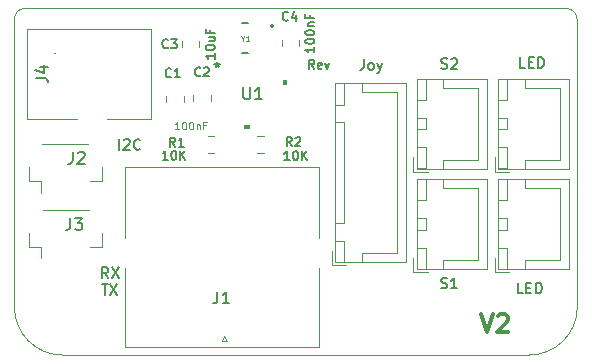
<source format=gbr>
G04 #@! TF.GenerationSoftware,KiCad,Pcbnew,(6.0.0)*
G04 #@! TF.CreationDate,2022-07-24T22:02:11-05:00*
G04 #@! TF.ProjectId,InputJoyStickSTM32QFN28,496e7075-744a-46f7-9953-7469636b5354,rev?*
G04 #@! TF.SameCoordinates,Original*
G04 #@! TF.FileFunction,Legend,Top*
G04 #@! TF.FilePolarity,Positive*
%FSLAX46Y46*%
G04 Gerber Fmt 4.6, Leading zero omitted, Abs format (unit mm)*
G04 Created by KiCad (PCBNEW (6.0.0)) date 2022-07-24 22:02:11*
%MOMM*%
%LPD*%
G01*
G04 APERTURE LIST*
%ADD10C,0.187500*%
%ADD11C,0.152400*%
G04 #@! TA.AperFunction,Profile*
%ADD12C,0.050000*%
G04 #@! TD*
%ADD13C,0.300000*%
%ADD14C,0.150000*%
%ADD15C,0.127000*%
%ADD16C,0.114300*%
%ADD17C,0.120132*%
%ADD18C,0.120000*%
%ADD19C,0.100000*%
%ADD20C,0.200000*%
G04 APERTURE END LIST*
D10*
X162186166Y-89713166D02*
X162186166Y-90348166D01*
X162143833Y-90475166D01*
X162059166Y-90559833D01*
X161932166Y-90602166D01*
X161847500Y-90602166D01*
X162736500Y-90602166D02*
X162651833Y-90559833D01*
X162609500Y-90517500D01*
X162567166Y-90432833D01*
X162567166Y-90178833D01*
X162609500Y-90094166D01*
X162651833Y-90051833D01*
X162736500Y-90009500D01*
X162863500Y-90009500D01*
X162948166Y-90051833D01*
X162990500Y-90094166D01*
X163032833Y-90178833D01*
X163032833Y-90432833D01*
X162990500Y-90517500D01*
X162948166Y-90559833D01*
X162863500Y-90602166D01*
X162736500Y-90602166D01*
X163329166Y-90009500D02*
X163540833Y-90602166D01*
X163752500Y-90009500D02*
X163540833Y-90602166D01*
X163456166Y-90813833D01*
X163413833Y-90856166D01*
X163329166Y-90898500D01*
D11*
X175628500Y-109502166D02*
X175205166Y-109502166D01*
X175205166Y-108613166D01*
X175924833Y-109036500D02*
X176221166Y-109036500D01*
X176348166Y-109502166D02*
X175924833Y-109502166D01*
X175924833Y-108613166D01*
X176348166Y-108613166D01*
X176729166Y-109502166D02*
X176729166Y-108613166D01*
X176940833Y-108613166D01*
X177067833Y-108655500D01*
X177152500Y-108740166D01*
X177194833Y-108824833D01*
X177237166Y-108994166D01*
X177237166Y-109121166D01*
X177194833Y-109290500D01*
X177152500Y-109375166D01*
X177067833Y-109459833D01*
X176940833Y-109502166D01*
X176729166Y-109502166D01*
X175828500Y-90402166D02*
X175405166Y-90402166D01*
X175405166Y-89513166D01*
X176124833Y-89936500D02*
X176421166Y-89936500D01*
X176548166Y-90402166D02*
X176124833Y-90402166D01*
X176124833Y-89513166D01*
X176548166Y-89513166D01*
X176929166Y-90402166D02*
X176929166Y-89513166D01*
X177140833Y-89513166D01*
X177267833Y-89555500D01*
X177352500Y-89640166D01*
X177394833Y-89724833D01*
X177437166Y-89894166D01*
X177437166Y-90021166D01*
X177394833Y-90190500D01*
X177352500Y-90275166D01*
X177267833Y-90359833D01*
X177140833Y-90402166D01*
X176929166Y-90402166D01*
D10*
X168722666Y-90459833D02*
X168849666Y-90502166D01*
X169061333Y-90502166D01*
X169146000Y-90459833D01*
X169188333Y-90417500D01*
X169230666Y-90332833D01*
X169230666Y-90248166D01*
X169188333Y-90163500D01*
X169146000Y-90121166D01*
X169061333Y-90078833D01*
X168892000Y-90036500D01*
X168807333Y-89994166D01*
X168765000Y-89951833D01*
X168722666Y-89867166D01*
X168722666Y-89782500D01*
X168765000Y-89697833D01*
X168807333Y-89655500D01*
X168892000Y-89613166D01*
X169103666Y-89613166D01*
X169230666Y-89655500D01*
X169569333Y-89697833D02*
X169611666Y-89655500D01*
X169696333Y-89613166D01*
X169908000Y-89613166D01*
X169992666Y-89655500D01*
X170035000Y-89697833D01*
X170077333Y-89782500D01*
X170077333Y-89867166D01*
X170035000Y-89994166D01*
X169527000Y-90502166D01*
X170077333Y-90502166D01*
D12*
X180239940Y-86360000D02*
G75*
G03*
X179279873Y-85389743I-965162J5095D01*
G01*
X133489685Y-85389720D02*
G75*
G03*
X132588000Y-86296602I0J-901700D01*
G01*
D11*
X140517033Y-108220721D02*
X140220700Y-107797388D01*
X140009033Y-108220721D02*
X140009033Y-107331721D01*
X140347700Y-107331721D01*
X140432366Y-107374055D01*
X140474700Y-107416388D01*
X140517033Y-107501055D01*
X140517033Y-107628055D01*
X140474700Y-107712721D01*
X140432366Y-107755055D01*
X140347700Y-107797388D01*
X140009033Y-107797388D01*
X140813366Y-107331721D02*
X141406033Y-108220721D01*
X141406033Y-107331721D02*
X140813366Y-108220721D01*
X139987866Y-108763011D02*
X140495866Y-108763011D01*
X140241866Y-109652011D02*
X140241866Y-108763011D01*
X140707533Y-108763011D02*
X141300200Y-109652011D01*
X141300200Y-108763011D02*
X140707533Y-109652011D01*
D13*
X172085714Y-111278571D02*
X172585714Y-112778571D01*
X173085714Y-111278571D01*
X173514285Y-111421428D02*
X173585714Y-111350000D01*
X173728571Y-111278571D01*
X174085714Y-111278571D01*
X174228571Y-111350000D01*
X174300000Y-111421428D01*
X174371428Y-111564285D01*
X174371428Y-111707142D01*
X174300000Y-111921428D01*
X173442857Y-112778571D01*
X174371428Y-112778571D01*
D11*
X141448366Y-97353966D02*
X141448366Y-96464966D01*
X141829366Y-96549633D02*
X141871700Y-96507300D01*
X141956366Y-96464966D01*
X142168033Y-96464966D01*
X142252700Y-96507300D01*
X142295033Y-96549633D01*
X142337366Y-96634300D01*
X142337366Y-96718966D01*
X142295033Y-96845966D01*
X141787033Y-97353966D01*
X142337366Y-97353966D01*
X143226366Y-97269300D02*
X143184033Y-97311633D01*
X143057033Y-97353966D01*
X142972366Y-97353966D01*
X142845366Y-97311633D01*
X142760700Y-97226966D01*
X142718366Y-97142300D01*
X142676033Y-96972966D01*
X142676033Y-96845966D01*
X142718366Y-96676633D01*
X142760700Y-96591966D01*
X142845366Y-96507300D01*
X142972366Y-96464966D01*
X143057033Y-96464966D01*
X143184033Y-96507300D01*
X143226366Y-96549633D01*
X157985460Y-90486774D02*
X157731460Y-90123917D01*
X157550031Y-90486774D02*
X157550031Y-89724774D01*
X157840317Y-89724774D01*
X157912888Y-89761060D01*
X157949174Y-89797345D01*
X157985460Y-89869917D01*
X157985460Y-89978774D01*
X157949174Y-90051345D01*
X157912888Y-90087631D01*
X157840317Y-90123917D01*
X157550031Y-90123917D01*
X158602317Y-90450488D02*
X158529745Y-90486774D01*
X158384602Y-90486774D01*
X158312031Y-90450488D01*
X158275745Y-90377917D01*
X158275745Y-90087631D01*
X158312031Y-90015060D01*
X158384602Y-89978774D01*
X158529745Y-89978774D01*
X158602317Y-90015060D01*
X158638602Y-90087631D01*
X158638602Y-90160202D01*
X158275745Y-90232774D01*
X158892602Y-89978774D02*
X159074031Y-90486774D01*
X159255460Y-89978774D01*
D10*
X168722666Y-109059833D02*
X168849666Y-109102166D01*
X169061333Y-109102166D01*
X169146000Y-109059833D01*
X169188333Y-109017500D01*
X169230666Y-108932833D01*
X169230666Y-108848166D01*
X169188333Y-108763500D01*
X169146000Y-108721166D01*
X169061333Y-108678833D01*
X168892000Y-108636500D01*
X168807333Y-108594166D01*
X168765000Y-108551833D01*
X168722666Y-108467166D01*
X168722666Y-108382500D01*
X168765000Y-108297833D01*
X168807333Y-108255500D01*
X168892000Y-108213166D01*
X169103666Y-108213166D01*
X169230666Y-108255500D01*
X170077333Y-109102166D02*
X169569333Y-109102166D01*
X169823333Y-109102166D02*
X169823333Y-108213166D01*
X169738666Y-108340166D01*
X169654000Y-108424833D01*
X169569333Y-108467166D01*
D12*
X132588000Y-110680500D02*
X132588000Y-86296602D01*
X132588000Y-110680500D02*
G75*
G03*
X136652000Y-114744500I4064000J0D01*
G01*
X176153080Y-114744500D02*
X136652000Y-114744500D01*
X180239940Y-86360000D02*
X180250164Y-110667800D01*
X176153080Y-114744500D02*
G75*
G03*
X180250164Y-110670340I22860J4074160D01*
G01*
X179279820Y-85389720D02*
X133489685Y-85389720D01*
D14*
X151975915Y-92083640D02*
X151975915Y-92893164D01*
X152023534Y-92988402D01*
X152071153Y-93036021D01*
X152166391Y-93083640D01*
X152356867Y-93083640D01*
X152452105Y-93036021D01*
X152499724Y-92988402D01*
X152547343Y-92893164D01*
X152547343Y-92083640D01*
X153547343Y-93083640D02*
X152975915Y-93083640D01*
X153261629Y-93083640D02*
X153261629Y-92083640D01*
X153166391Y-92226498D01*
X153071153Y-92321736D01*
X152975915Y-92369355D01*
X149758146Y-89951310D02*
X149758146Y-90189406D01*
X149520050Y-90094168D02*
X149758146Y-90189406D01*
X149996241Y-90094168D01*
X149615288Y-90379882D02*
X149758146Y-90189406D01*
X149901003Y-90379882D01*
X149758146Y-89951310D02*
X149758146Y-90189406D01*
X149520050Y-90094168D02*
X149758146Y-90189406D01*
X149996241Y-90094168D01*
X149615288Y-90379882D02*
X149758146Y-90189406D01*
X149901003Y-90379882D01*
D15*
X146204940Y-97098394D02*
X145950940Y-96735537D01*
X145769511Y-97098394D02*
X145769511Y-96336394D01*
X146059797Y-96336394D01*
X146132368Y-96372680D01*
X146168654Y-96408965D01*
X146204940Y-96481537D01*
X146204940Y-96590394D01*
X146168654Y-96662965D01*
X146132368Y-96699251D01*
X146059797Y-96735537D01*
X145769511Y-96735537D01*
X146930654Y-97098394D02*
X146495225Y-97098394D01*
X146712940Y-97098394D02*
X146712940Y-96336394D01*
X146640368Y-96445251D01*
X146567797Y-96517822D01*
X146495225Y-96554108D01*
X145577197Y-98215994D02*
X145141768Y-98215994D01*
X145359482Y-98215994D02*
X145359482Y-97453994D01*
X145286911Y-97562851D01*
X145214340Y-97635422D01*
X145141768Y-97671708D01*
X146048911Y-97453994D02*
X146121482Y-97453994D01*
X146194054Y-97490280D01*
X146230340Y-97526565D01*
X146266625Y-97599137D01*
X146302911Y-97744280D01*
X146302911Y-97925708D01*
X146266625Y-98070851D01*
X146230340Y-98143422D01*
X146194054Y-98179708D01*
X146121482Y-98215994D01*
X146048911Y-98215994D01*
X145976340Y-98179708D01*
X145940054Y-98143422D01*
X145903768Y-98070851D01*
X145867482Y-97925708D01*
X145867482Y-97744280D01*
X145903768Y-97599137D01*
X145940054Y-97526565D01*
X145976340Y-97490280D01*
X146048911Y-97453994D01*
X146629482Y-98215994D02*
X146629482Y-97453994D01*
X147064911Y-98215994D02*
X146738340Y-97780565D01*
X147064911Y-97453994D02*
X146629482Y-97889422D01*
X156075380Y-97065374D02*
X155821380Y-96702517D01*
X155639951Y-97065374D02*
X155639951Y-96303374D01*
X155930237Y-96303374D01*
X156002808Y-96339660D01*
X156039094Y-96375945D01*
X156075380Y-96448517D01*
X156075380Y-96557374D01*
X156039094Y-96629945D01*
X156002808Y-96666231D01*
X155930237Y-96702517D01*
X155639951Y-96702517D01*
X156365665Y-96375945D02*
X156401951Y-96339660D01*
X156474522Y-96303374D01*
X156655951Y-96303374D01*
X156728522Y-96339660D01*
X156764808Y-96375945D01*
X156801094Y-96448517D01*
X156801094Y-96521088D01*
X156764808Y-96629945D01*
X156329380Y-97065374D01*
X156801094Y-97065374D01*
X155881977Y-98246474D02*
X155446548Y-98246474D01*
X155664262Y-98246474D02*
X155664262Y-97484474D01*
X155591691Y-97593331D01*
X155519120Y-97665902D01*
X155446548Y-97702188D01*
X156353691Y-97484474D02*
X156426262Y-97484474D01*
X156498834Y-97520760D01*
X156535120Y-97557045D01*
X156571405Y-97629617D01*
X156607691Y-97774760D01*
X156607691Y-97956188D01*
X156571405Y-98101331D01*
X156535120Y-98173902D01*
X156498834Y-98210188D01*
X156426262Y-98246474D01*
X156353691Y-98246474D01*
X156281120Y-98210188D01*
X156244834Y-98173902D01*
X156208548Y-98101331D01*
X156172262Y-97956188D01*
X156172262Y-97774760D01*
X156208548Y-97629617D01*
X156244834Y-97557045D01*
X156281120Y-97520760D01*
X156353691Y-97484474D01*
X156934262Y-98246474D02*
X156934262Y-97484474D01*
X157369691Y-98246474D02*
X157043120Y-97811045D01*
X157369691Y-97484474D02*
X156934262Y-97919902D01*
X145856960Y-91166042D02*
X145820674Y-91202328D01*
X145711817Y-91238614D01*
X145639245Y-91238614D01*
X145530388Y-91202328D01*
X145457817Y-91129757D01*
X145421531Y-91057185D01*
X145385245Y-90912042D01*
X145385245Y-90803185D01*
X145421531Y-90658042D01*
X145457817Y-90585471D01*
X145530388Y-90512900D01*
X145639245Y-90476614D01*
X145711817Y-90476614D01*
X145820674Y-90512900D01*
X145856960Y-90549185D01*
X146582674Y-91238614D02*
X146147245Y-91238614D01*
X146364960Y-91238614D02*
X146364960Y-90476614D01*
X146292388Y-90585471D01*
X146219817Y-90658042D01*
X146147245Y-90694328D01*
D16*
X146535381Y-95633781D02*
X146172524Y-95633781D01*
X146353953Y-95633781D02*
X146353953Y-94998781D01*
X146293477Y-95089496D01*
X146233000Y-95149972D01*
X146172524Y-95180210D01*
X146928477Y-94998781D02*
X146988953Y-94998781D01*
X147049429Y-95029020D01*
X147079667Y-95059258D01*
X147109905Y-95119734D01*
X147140143Y-95240686D01*
X147140143Y-95391877D01*
X147109905Y-95512829D01*
X147079667Y-95573305D01*
X147049429Y-95603543D01*
X146988953Y-95633781D01*
X146928477Y-95633781D01*
X146868000Y-95603543D01*
X146837762Y-95573305D01*
X146807524Y-95512829D01*
X146777286Y-95391877D01*
X146777286Y-95240686D01*
X146807524Y-95119734D01*
X146837762Y-95059258D01*
X146868000Y-95029020D01*
X146928477Y-94998781D01*
X147533239Y-94998781D02*
X147593715Y-94998781D01*
X147654191Y-95029020D01*
X147684429Y-95059258D01*
X147714667Y-95119734D01*
X147744905Y-95240686D01*
X147744905Y-95391877D01*
X147714667Y-95512829D01*
X147684429Y-95573305D01*
X147654191Y-95603543D01*
X147593715Y-95633781D01*
X147533239Y-95633781D01*
X147472762Y-95603543D01*
X147442524Y-95573305D01*
X147412286Y-95512829D01*
X147382048Y-95391877D01*
X147382048Y-95240686D01*
X147412286Y-95119734D01*
X147442524Y-95059258D01*
X147472762Y-95029020D01*
X147533239Y-94998781D01*
X148017048Y-95210448D02*
X148017048Y-95633781D01*
X148017048Y-95270924D02*
X148047286Y-95240686D01*
X148107762Y-95210448D01*
X148198477Y-95210448D01*
X148258953Y-95240686D01*
X148289191Y-95301162D01*
X148289191Y-95633781D01*
X148803239Y-95301162D02*
X148591572Y-95301162D01*
X148591572Y-95633781D02*
X148591572Y-94998781D01*
X148893953Y-94998781D01*
D15*
X148338540Y-91072062D02*
X148302254Y-91108348D01*
X148193397Y-91144634D01*
X148120825Y-91144634D01*
X148011968Y-91108348D01*
X147939397Y-91035777D01*
X147903111Y-90963205D01*
X147866825Y-90818062D01*
X147866825Y-90709205D01*
X147903111Y-90564062D01*
X147939397Y-90491491D01*
X148011968Y-90418920D01*
X148120825Y-90382634D01*
X148193397Y-90382634D01*
X148302254Y-90418920D01*
X148338540Y-90455205D01*
X148628825Y-90455205D02*
X148665111Y-90418920D01*
X148737682Y-90382634D01*
X148919111Y-90382634D01*
X148991682Y-90418920D01*
X149027968Y-90455205D01*
X149064254Y-90527777D01*
X149064254Y-90600348D01*
X149027968Y-90709205D01*
X148592540Y-91144634D01*
X149064254Y-91144634D01*
X145592800Y-88699702D02*
X145556514Y-88735988D01*
X145447657Y-88772274D01*
X145375085Y-88772274D01*
X145266228Y-88735988D01*
X145193657Y-88663417D01*
X145157371Y-88590845D01*
X145121085Y-88445702D01*
X145121085Y-88336845D01*
X145157371Y-88191702D01*
X145193657Y-88119131D01*
X145266228Y-88046560D01*
X145375085Y-88010274D01*
X145447657Y-88010274D01*
X145556514Y-88046560D01*
X145592800Y-88082845D01*
X145846800Y-88010274D02*
X146318514Y-88010274D01*
X146064514Y-88300560D01*
X146173371Y-88300560D01*
X146245942Y-88336845D01*
X146282228Y-88373131D01*
X146318514Y-88445702D01*
X146318514Y-88627131D01*
X146282228Y-88699702D01*
X146245942Y-88735988D01*
X146173371Y-88772274D01*
X145955657Y-88772274D01*
X145883085Y-88735988D01*
X145846800Y-88699702D01*
X149535214Y-89205888D02*
X149535214Y-89641317D01*
X149535214Y-89423602D02*
X148773214Y-89423602D01*
X148882071Y-89496174D01*
X148954642Y-89568745D01*
X148990928Y-89641317D01*
X148773214Y-88734174D02*
X148773214Y-88661602D01*
X148809500Y-88589031D01*
X148845785Y-88552745D01*
X148918357Y-88516460D01*
X149063500Y-88480174D01*
X149244928Y-88480174D01*
X149390071Y-88516460D01*
X149462642Y-88552745D01*
X149498928Y-88589031D01*
X149535214Y-88661602D01*
X149535214Y-88734174D01*
X149498928Y-88806745D01*
X149462642Y-88843031D01*
X149390071Y-88879317D01*
X149244928Y-88915602D01*
X149063500Y-88915602D01*
X148918357Y-88879317D01*
X148845785Y-88843031D01*
X148809500Y-88806745D01*
X148773214Y-88734174D01*
X149027214Y-87827031D02*
X149535214Y-87827031D01*
X149027214Y-88153602D02*
X149426357Y-88153602D01*
X149498928Y-88117317D01*
X149535214Y-88044745D01*
X149535214Y-87935888D01*
X149498928Y-87863317D01*
X149462642Y-87827031D01*
X149136071Y-87210174D02*
X149136071Y-87464174D01*
X149535214Y-87464174D02*
X148773214Y-87464174D01*
X148773214Y-87101317D01*
D14*
X134401760Y-91275493D02*
X135116046Y-91275493D01*
X135258903Y-91323112D01*
X135354141Y-91418350D01*
X135401760Y-91561207D01*
X135401760Y-91656445D01*
X134735094Y-90370731D02*
X135401760Y-90370731D01*
X134354141Y-90608826D02*
X135068427Y-90846921D01*
X135068427Y-90227874D01*
X137542946Y-97549720D02*
X137542946Y-98264006D01*
X137495327Y-98406863D01*
X137400089Y-98502101D01*
X137257232Y-98549720D01*
X137161994Y-98549720D01*
X137971518Y-97644959D02*
X138019137Y-97597340D01*
X138114375Y-97549720D01*
X138352470Y-97549720D01*
X138447708Y-97597340D01*
X138495327Y-97644959D01*
X138542946Y-97740197D01*
X138542946Y-97835435D01*
X138495327Y-97978292D01*
X137923899Y-98549720D01*
X138542946Y-98549720D01*
X137329586Y-103150420D02*
X137329586Y-103864706D01*
X137281967Y-104007563D01*
X137186729Y-104102801D01*
X137043872Y-104150420D01*
X136948634Y-104150420D01*
X137710539Y-103150420D02*
X138329586Y-103150420D01*
X137996253Y-103531373D01*
X138139110Y-103531373D01*
X138234348Y-103578992D01*
X138281967Y-103626611D01*
X138329586Y-103721849D01*
X138329586Y-103959944D01*
X138281967Y-104055182D01*
X138234348Y-104102801D01*
X138139110Y-104150420D01*
X137853396Y-104150420D01*
X137758158Y-104102801D01*
X137710539Y-104055182D01*
X149780666Y-109378500D02*
X149780666Y-110092786D01*
X149733047Y-110235643D01*
X149637809Y-110330881D01*
X149494952Y-110378500D01*
X149399714Y-110378500D01*
X150780666Y-110378500D02*
X150209238Y-110378500D01*
X150494952Y-110378500D02*
X150494952Y-109378500D01*
X150399714Y-109521358D01*
X150304476Y-109616596D01*
X150209238Y-109664215D01*
X155765500Y-86350202D02*
X155729214Y-86386488D01*
X155620357Y-86422774D01*
X155547785Y-86422774D01*
X155438928Y-86386488D01*
X155366357Y-86313917D01*
X155330071Y-86241345D01*
X155293785Y-86096202D01*
X155293785Y-85987345D01*
X155330071Y-85842202D01*
X155366357Y-85769631D01*
X155438928Y-85697060D01*
X155547785Y-85660774D01*
X155620357Y-85660774D01*
X155729214Y-85697060D01*
X155765500Y-85733345D01*
X156418642Y-85914774D02*
X156418642Y-86422774D01*
X156237214Y-85624488D02*
X156055785Y-86168774D01*
X156527500Y-86168774D01*
X157994894Y-88694985D02*
X157994894Y-89130414D01*
X157994894Y-88912700D02*
X157232894Y-88912700D01*
X157341751Y-88985271D01*
X157414322Y-89057842D01*
X157450608Y-89130414D01*
X157232894Y-88223271D02*
X157232894Y-88150700D01*
X157269180Y-88078128D01*
X157305465Y-88041842D01*
X157378037Y-88005557D01*
X157523180Y-87969271D01*
X157704608Y-87969271D01*
X157849751Y-88005557D01*
X157922322Y-88041842D01*
X157958608Y-88078128D01*
X157994894Y-88150700D01*
X157994894Y-88223271D01*
X157958608Y-88295842D01*
X157922322Y-88332128D01*
X157849751Y-88368414D01*
X157704608Y-88404700D01*
X157523180Y-88404700D01*
X157378037Y-88368414D01*
X157305465Y-88332128D01*
X157269180Y-88295842D01*
X157232894Y-88223271D01*
X157232894Y-87497557D02*
X157232894Y-87424985D01*
X157269180Y-87352414D01*
X157305465Y-87316128D01*
X157378037Y-87279842D01*
X157523180Y-87243557D01*
X157704608Y-87243557D01*
X157849751Y-87279842D01*
X157922322Y-87316128D01*
X157958608Y-87352414D01*
X157994894Y-87424985D01*
X157994894Y-87497557D01*
X157958608Y-87570128D01*
X157922322Y-87606414D01*
X157849751Y-87642700D01*
X157704608Y-87678985D01*
X157523180Y-87678985D01*
X157378037Y-87642700D01*
X157305465Y-87606414D01*
X157269180Y-87570128D01*
X157232894Y-87497557D01*
X157486894Y-86916985D02*
X157994894Y-86916985D01*
X157559465Y-86916985D02*
X157523180Y-86880700D01*
X157486894Y-86808128D01*
X157486894Y-86699271D01*
X157523180Y-86626700D01*
X157595751Y-86590414D01*
X157994894Y-86590414D01*
X157595751Y-85973557D02*
X157595751Y-86227557D01*
X157994894Y-86227557D02*
X157232894Y-86227557D01*
X157232894Y-85864700D01*
D17*
X151909557Y-87969078D02*
X151909557Y-88197901D01*
X151749381Y-87717374D02*
X151909557Y-87969078D01*
X152069733Y-87717374D01*
X152481613Y-88197901D02*
X152207026Y-88197901D01*
X152344320Y-88197901D02*
X152344320Y-87717374D01*
X152298555Y-87786020D01*
X152252791Y-87831785D01*
X152207026Y-87854667D01*
D18*
X159450000Y-107150000D02*
X160700000Y-107150000D01*
X159450000Y-105900000D02*
X159450000Y-107150000D01*
X164950000Y-92500000D02*
X164950000Y-99300000D01*
X162000000Y-92500000D02*
X164950000Y-92500000D01*
X162000000Y-91750000D02*
X162000000Y-92500000D01*
X164950000Y-106100000D02*
X164950000Y-99300000D01*
X162000000Y-106100000D02*
X164950000Y-106100000D01*
X162000000Y-106850000D02*
X162000000Y-106100000D01*
X159750000Y-91750000D02*
X159750000Y-93550000D01*
X160500000Y-91750000D02*
X159750000Y-91750000D01*
X160500000Y-93550000D02*
X160500000Y-91750000D01*
X159750000Y-93550000D02*
X160500000Y-93550000D01*
X159750000Y-105050000D02*
X159750000Y-106850000D01*
X160500000Y-105050000D02*
X159750000Y-105050000D01*
X160500000Y-106850000D02*
X160500000Y-105050000D01*
X159750000Y-106850000D02*
X160500000Y-106850000D01*
X159750000Y-95050000D02*
X159750000Y-103550000D01*
X160500000Y-95050000D02*
X159750000Y-95050000D01*
X160500000Y-103550000D02*
X160500000Y-95050000D01*
X159750000Y-103550000D02*
X160500000Y-103550000D01*
X159740000Y-91740000D02*
X159740000Y-106860000D01*
X165710000Y-91740000D02*
X159740000Y-91740000D01*
X165710000Y-106860000D02*
X165710000Y-91740000D01*
X159740000Y-106860000D02*
X165710000Y-106860000D01*
D19*
X155590494Y-91440000D02*
X155590494Y-91821000D01*
X155590494Y-91821000D02*
X155336494Y-91821000D01*
X155336494Y-91821000D02*
X155336494Y-91440000D01*
X155336494Y-91440000D02*
X155590494Y-91440000D01*
G36*
X155590494Y-91821000D02*
G01*
X155336494Y-91821000D01*
X155336494Y-91440000D01*
X155590494Y-91440000D01*
X155590494Y-91821000D01*
G37*
X155590494Y-91821000D02*
X155336494Y-91821000D01*
X155336494Y-91440000D01*
X155590494Y-91440000D01*
X155590494Y-91821000D01*
X152046940Y-95229934D02*
X152046940Y-95483934D01*
X152046940Y-95483934D02*
X152427940Y-95483934D01*
X152427940Y-95483934D02*
X152427940Y-95229934D01*
X152427940Y-95229934D02*
X152046940Y-95229934D01*
G36*
X152427940Y-95483934D02*
G01*
X152046940Y-95483934D01*
X152046940Y-95229934D01*
X152427940Y-95229934D01*
X152427940Y-95483934D01*
G37*
X152427940Y-95483934D02*
X152046940Y-95483934D01*
X152046940Y-95229934D01*
X152427940Y-95229934D01*
X152427940Y-95483934D01*
D18*
X148991688Y-97641480D02*
X149514192Y-97641480D01*
X148991688Y-96221480D02*
X149514192Y-96221480D01*
X153169988Y-96226560D02*
X153692492Y-96226560D01*
X153169988Y-97646560D02*
X153692492Y-97646560D01*
X146927240Y-92811968D02*
X146927240Y-93334472D01*
X145457240Y-92811968D02*
X145457240Y-93334472D01*
X149220860Y-92733228D02*
X149220860Y-93255732D01*
X147750860Y-92733228D02*
X147750860Y-93255732D01*
X148245500Y-88650712D02*
X148245500Y-88128208D01*
X146775500Y-88650712D02*
X146775500Y-88128208D01*
X133684380Y-94752160D02*
X137914380Y-94752160D01*
X144184380Y-94752160D02*
X140454380Y-94752160D01*
X133684380Y-87132160D02*
X144184380Y-87132160D01*
X133684380Y-94752160D02*
X133684380Y-87132160D01*
X144184380Y-94752160D02*
X144184380Y-87132160D01*
X135949380Y-89177160D02*
X136014380Y-89177160D01*
X134966000Y-96897600D02*
X138846000Y-96897600D01*
X140016000Y-100017600D02*
X138966000Y-100017600D01*
X140016000Y-98867600D02*
X140016000Y-100017600D01*
X134846000Y-100017600D02*
X134846000Y-101007600D01*
X133796000Y-100017600D02*
X134846000Y-100017600D01*
X133796000Y-98867600D02*
X133796000Y-100017600D01*
X133821400Y-104430200D02*
X133821400Y-105580200D01*
X133821400Y-105580200D02*
X134871400Y-105580200D01*
X134871400Y-105580200D02*
X134871400Y-106570200D01*
X140041400Y-104430200D02*
X140041400Y-105580200D01*
X140041400Y-105580200D02*
X138991400Y-105580200D01*
X134991400Y-102460200D02*
X138871400Y-102460200D01*
X150362920Y-113096040D02*
X150149560Y-113527840D01*
X150588980Y-113527840D02*
X150362920Y-113096040D01*
X150149560Y-113527840D02*
X150588980Y-113527840D01*
X141986660Y-98839020D02*
X158396660Y-98839020D01*
X141986660Y-98839020D02*
X141986660Y-104851200D01*
X141986660Y-114079020D02*
X158396660Y-114079020D01*
X141988540Y-107348020D02*
X141986660Y-114079020D01*
X158396660Y-98839020D02*
X158396660Y-104851200D01*
X158398540Y-107348020D02*
X158396660Y-114079020D01*
X155279020Y-88105482D02*
X155279020Y-88622638D01*
X156699020Y-88105482D02*
X156699020Y-88622638D01*
D15*
X152378220Y-89141620D02*
X151878220Y-89141620D01*
X152378220Y-86641620D02*
X151878220Y-86641620D01*
D20*
X154503220Y-86897620D02*
G75*
G03*
X154503220Y-86897620I-100000J0D01*
G01*
D18*
X166640000Y-107460000D02*
X172610000Y-107460000D01*
X172610000Y-107460000D02*
X172610000Y-99840000D01*
X172610000Y-99840000D02*
X166640000Y-99840000D01*
X166640000Y-99840000D02*
X166640000Y-107460000D01*
X166650000Y-104150000D02*
X167400000Y-104150000D01*
X167400000Y-104150000D02*
X167400000Y-103150000D01*
X167400000Y-103150000D02*
X166650000Y-103150000D01*
X166650000Y-103150000D02*
X166650000Y-104150000D01*
X166650000Y-107450000D02*
X167400000Y-107450000D01*
X167400000Y-107450000D02*
X167400000Y-105650000D01*
X167400000Y-105650000D02*
X166650000Y-105650000D01*
X166650000Y-105650000D02*
X166650000Y-107450000D01*
X166650000Y-101650000D02*
X167400000Y-101650000D01*
X167400000Y-101650000D02*
X167400000Y-99850000D01*
X167400000Y-99850000D02*
X166650000Y-99850000D01*
X166650000Y-99850000D02*
X166650000Y-101650000D01*
X168900000Y-107450000D02*
X168900000Y-106700000D01*
X168900000Y-106700000D02*
X171850000Y-106700000D01*
X171850000Y-106700000D02*
X171850000Y-103650000D01*
X168900000Y-99850000D02*
X168900000Y-100600000D01*
X168900000Y-100600000D02*
X171850000Y-100600000D01*
X171850000Y-100600000D02*
X171850000Y-103650000D01*
X166350000Y-106500000D02*
X166350000Y-107750000D01*
X166350000Y-107750000D02*
X167600000Y-107750000D01*
X173540000Y-98960000D02*
X179510000Y-98960000D01*
X179510000Y-98960000D02*
X179510000Y-91340000D01*
X179510000Y-91340000D02*
X173540000Y-91340000D01*
X173540000Y-91340000D02*
X173540000Y-98960000D01*
X173550000Y-95650000D02*
X174300000Y-95650000D01*
X174300000Y-95650000D02*
X174300000Y-94650000D01*
X174300000Y-94650000D02*
X173550000Y-94650000D01*
X173550000Y-94650000D02*
X173550000Y-95650000D01*
X173550000Y-98950000D02*
X174300000Y-98950000D01*
X174300000Y-98950000D02*
X174300000Y-97150000D01*
X174300000Y-97150000D02*
X173550000Y-97150000D01*
X173550000Y-97150000D02*
X173550000Y-98950000D01*
X173550000Y-93150000D02*
X174300000Y-93150000D01*
X174300000Y-93150000D02*
X174300000Y-91350000D01*
X174300000Y-91350000D02*
X173550000Y-91350000D01*
X173550000Y-91350000D02*
X173550000Y-93150000D01*
X175800000Y-98950000D02*
X175800000Y-98200000D01*
X175800000Y-98200000D02*
X178750000Y-98200000D01*
X178750000Y-98200000D02*
X178750000Y-95150000D01*
X175800000Y-91350000D02*
X175800000Y-92100000D01*
X175800000Y-92100000D02*
X178750000Y-92100000D01*
X178750000Y-92100000D02*
X178750000Y-95150000D01*
X173250000Y-98000000D02*
X173250000Y-99250000D01*
X173250000Y-99250000D02*
X174500000Y-99250000D01*
X166350000Y-99250000D02*
X167600000Y-99250000D01*
X166350000Y-98000000D02*
X166350000Y-99250000D01*
X171850000Y-92100000D02*
X171850000Y-95150000D01*
X168900000Y-92100000D02*
X171850000Y-92100000D01*
X168900000Y-91350000D02*
X168900000Y-92100000D01*
X171850000Y-98200000D02*
X171850000Y-95150000D01*
X168900000Y-98200000D02*
X171850000Y-98200000D01*
X168900000Y-98950000D02*
X168900000Y-98200000D01*
X166650000Y-91350000D02*
X166650000Y-93150000D01*
X167400000Y-91350000D02*
X166650000Y-91350000D01*
X167400000Y-93150000D02*
X167400000Y-91350000D01*
X166650000Y-93150000D02*
X167400000Y-93150000D01*
X166650000Y-97150000D02*
X166650000Y-98950000D01*
X167400000Y-97150000D02*
X166650000Y-97150000D01*
X167400000Y-98950000D02*
X167400000Y-97150000D01*
X166650000Y-98950000D02*
X167400000Y-98950000D01*
X166650000Y-94650000D02*
X166650000Y-95650000D01*
X167400000Y-94650000D02*
X166650000Y-94650000D01*
X167400000Y-95650000D02*
X167400000Y-94650000D01*
X166650000Y-95650000D02*
X167400000Y-95650000D01*
X166640000Y-91340000D02*
X166640000Y-98960000D01*
X172610000Y-91340000D02*
X166640000Y-91340000D01*
X172610000Y-98960000D02*
X172610000Y-91340000D01*
X166640000Y-98960000D02*
X172610000Y-98960000D01*
X173250000Y-107750000D02*
X174500000Y-107750000D01*
X173250000Y-106500000D02*
X173250000Y-107750000D01*
X178750000Y-100600000D02*
X178750000Y-103650000D01*
X175800000Y-100600000D02*
X178750000Y-100600000D01*
X175800000Y-99850000D02*
X175800000Y-100600000D01*
X178750000Y-106700000D02*
X178750000Y-103650000D01*
X175800000Y-106700000D02*
X178750000Y-106700000D01*
X175800000Y-107450000D02*
X175800000Y-106700000D01*
X173550000Y-99850000D02*
X173550000Y-101650000D01*
X174300000Y-99850000D02*
X173550000Y-99850000D01*
X174300000Y-101650000D02*
X174300000Y-99850000D01*
X173550000Y-101650000D02*
X174300000Y-101650000D01*
X173550000Y-105650000D02*
X173550000Y-107450000D01*
X174300000Y-105650000D02*
X173550000Y-105650000D01*
X174300000Y-107450000D02*
X174300000Y-105650000D01*
X173550000Y-107450000D02*
X174300000Y-107450000D01*
X173550000Y-103150000D02*
X173550000Y-104150000D01*
X174300000Y-103150000D02*
X173550000Y-103150000D01*
X174300000Y-104150000D02*
X174300000Y-103150000D01*
X173550000Y-104150000D02*
X174300000Y-104150000D01*
X173540000Y-99840000D02*
X173540000Y-107460000D01*
X179510000Y-99840000D02*
X173540000Y-99840000D01*
X179510000Y-107460000D02*
X179510000Y-99840000D01*
X173540000Y-107460000D02*
X179510000Y-107460000D01*
M02*

</source>
